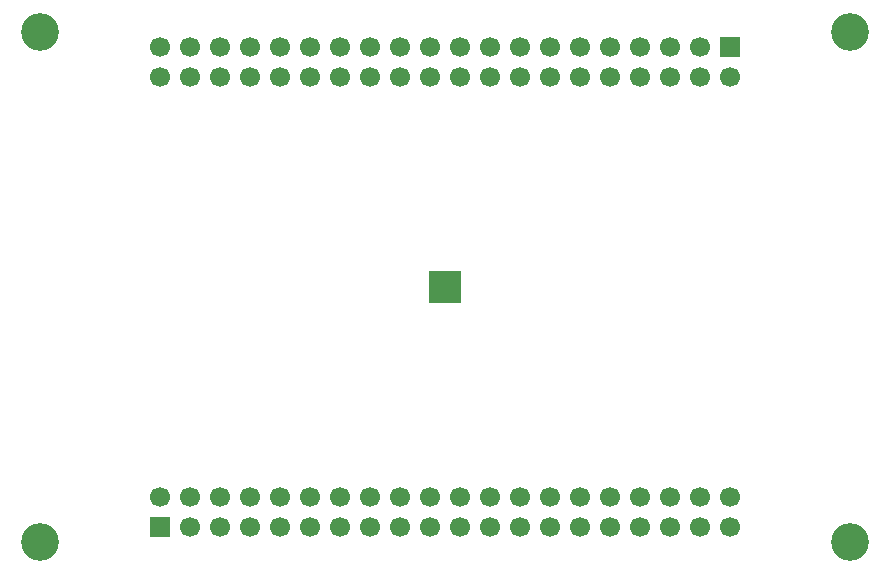
<source format=gbr>
G04 #@! TF.GenerationSoftware,KiCad,Pcbnew,6.0.4+dfsg-1+b1*
G04 #@! TF.CreationDate,2022-05-04T11:51:56+08:00*
G04 #@! TF.ProjectId,test,74657374-2e6b-4696-9361-645f70636258,rev?*
G04 #@! TF.SameCoordinates,Original*
G04 #@! TF.FileFunction,Copper,L2,Bot*
G04 #@! TF.FilePolarity,Positive*
%FSLAX46Y46*%
G04 Gerber Fmt 4.6, Leading zero omitted, Abs format (unit mm)*
G04 Created by KiCad (PCBNEW 6.0.4+dfsg-1+b1) date 2022-05-04 11:51:56*
%MOMM*%
%LPD*%
G01*
G04 APERTURE LIST*
G04 #@! TA.AperFunction,ComponentPad*
%ADD10C,0.600000*%
G04 #@! TD*
G04 #@! TA.AperFunction,SMDPad,CuDef*
%ADD11R,2.800000X2.800000*%
G04 #@! TD*
G04 #@! TA.AperFunction,ComponentPad*
%ADD12C,3.200000*%
G04 #@! TD*
G04 #@! TA.AperFunction,ComponentPad*
%ADD13R,1.700000X1.700000*%
G04 #@! TD*
G04 #@! TA.AperFunction,ComponentPad*
%ADD14C,1.700000*%
G04 #@! TD*
G04 APERTURE END LIST*
D10*
G04 #@! TO.P,U1,25,GND*
G04 #@! TO.N,unconnected-(U1-Pad25)*
X133350000Y-90000000D03*
X132250000Y-88900000D03*
X132250000Y-87800000D03*
X133350000Y-88900000D03*
X133350000Y-87800000D03*
X134450000Y-88900000D03*
D11*
X133350000Y-88900000D03*
D10*
X134450000Y-90000000D03*
X134450000Y-87800000D03*
X132250000Y-90000000D03*
G04 #@! TD*
D12*
G04 #@! TO.P,J1,*
G04 #@! TO.N,*
X99060000Y-67310000D03*
X167640000Y-67310000D03*
X167640000Y-110490000D03*
X99060000Y-110490000D03*
D13*
G04 #@! TO.P,J1,1,3.3V*
G04 #@! TO.N,unconnected-(J1-Pad1)*
X109220000Y-109220000D03*
D14*
G04 #@! TO.P,J1,2,GND*
G04 #@! TO.N,unconnected-(J1-Pad2)*
X109220000Y-106680000D03*
G04 #@! TO.P,J1,3,BO0*
G04 #@! TO.N,unconnected-(J1-Pad3)*
X111760000Y-109220000D03*
G04 #@! TO.P,J1,4,NRST*
G04 #@! TO.N,unconnected-(J1-Pad4)*
X111760000Y-106680000D03*
G04 #@! TO.P,J1,5,PC0*
G04 #@! TO.N,unconnected-(J1-Pad5)*
X114300000Y-109220000D03*
G04 #@! TO.P,J1,6,PC1*
G04 #@! TO.N,unconnected-(J1-Pad6)*
X114300000Y-106680000D03*
G04 #@! TO.P,J1,7,PC2*
G04 #@! TO.N,unconnected-(J1-Pad7)*
X116840000Y-109220000D03*
G04 #@! TO.P,J1,8,PC3*
G04 #@! TO.N,unconnected-(J1-Pad8)*
X116840000Y-106680000D03*
G04 #@! TO.P,J1,9,PA0*
G04 #@! TO.N,unconnected-(J1-Pad9)*
X119380000Y-109220000D03*
G04 #@! TO.P,J1,10,PA1*
G04 #@! TO.N,unconnected-(J1-Pad10)*
X119380000Y-106680000D03*
G04 #@! TO.P,J1,11,PA2*
G04 #@! TO.N,unconnected-(J1-Pad11)*
X121920000Y-109220000D03*
G04 #@! TO.P,J1,12,PA3*
G04 #@! TO.N,unconnected-(J1-Pad12)*
X121920000Y-106680000D03*
G04 #@! TO.P,J1,13,PA4*
G04 #@! TO.N,unconnected-(J1-Pad13)*
X124460000Y-109220000D03*
G04 #@! TO.P,J1,14,PA5*
G04 #@! TO.N,unconnected-(J1-Pad14)*
X124460000Y-106680000D03*
G04 #@! TO.P,J1,15,PA6*
G04 #@! TO.N,unconnected-(J1-Pad15)*
X127000000Y-109220000D03*
G04 #@! TO.P,J1,16,PA7*
G04 #@! TO.N,unconnected-(J1-Pad16)*
X127000000Y-106680000D03*
G04 #@! TO.P,J1,17,PC4*
G04 #@! TO.N,unconnected-(J1-Pad17)*
X129540000Y-109220000D03*
G04 #@! TO.P,J1,18,PC5*
G04 #@! TO.N,unconnected-(J1-Pad18)*
X129540000Y-106680000D03*
G04 #@! TO.P,J1,19,PB0*
G04 #@! TO.N,unconnected-(J1-Pad19)*
X132080000Y-109220000D03*
G04 #@! TO.P,J1,20,PB1*
G04 #@! TO.N,unconnected-(J1-Pad20)*
X132080000Y-106680000D03*
G04 #@! TO.P,J1,21,PB2*
G04 #@! TO.N,unconnected-(J1-Pad21)*
X134620000Y-109220000D03*
G04 #@! TO.P,J1,22,U0*
G04 #@! TO.N,unconnected-(J1-Pad22)*
X134620000Y-106680000D03*
G04 #@! TO.P,J1,23,PB10*
G04 #@! TO.N,unconnected-(J1-Pad23)*
X137160000Y-109220000D03*
G04 #@! TO.P,J1,24,PB11*
G04 #@! TO.N,unconnected-(J1-Pad24)*
X137160000Y-106680000D03*
G04 #@! TO.P,J1,25,PB12*
G04 #@! TO.N,unconnected-(J1-Pad25)*
X139700000Y-109220000D03*
G04 #@! TO.P,J1,26,PB13*
G04 #@! TO.N,unconnected-(J1-Pad26)*
X139700000Y-106680000D03*
G04 #@! TO.P,J1,27,PB14*
G04 #@! TO.N,unconnected-(J1-Pad27)*
X142240000Y-109220000D03*
G04 #@! TO.P,J1,28,PB15*
G04 #@! TO.N,unconnected-(J1-Pad28)*
X142240000Y-106680000D03*
G04 #@! TO.P,J1,29,PC6*
G04 #@! TO.N,unconnected-(J1-Pad29)*
X144780000Y-109220000D03*
G04 #@! TO.P,J1,30,PC7*
G04 #@! TO.N,unconnected-(J1-Pad30)*
X144780000Y-106680000D03*
G04 #@! TO.P,J1,31,PC8*
G04 #@! TO.N,unconnected-(J1-Pad31)*
X147320000Y-109220000D03*
G04 #@! TO.P,J1,32,PC9*
G04 #@! TO.N,unconnected-(J1-Pad32)*
X147320000Y-106680000D03*
G04 #@! TO.P,J1,33,U1*
G04 #@! TO.N,unconnected-(J1-Pad33)*
X149860000Y-109220000D03*
G04 #@! TO.P,J1,34,U2*
G04 #@! TO.N,unconnected-(J1-Pad34)*
X149860000Y-106680000D03*
G04 #@! TO.P,J1,35,U3*
G04 #@! TO.N,unconnected-(J1-Pad35)*
X152400000Y-109220000D03*
G04 #@! TO.P,J1,36,U4*
G04 #@! TO.N,unconnected-(J1-Pad36)*
X152400000Y-106680000D03*
G04 #@! TO.P,J1,37,3.3V*
G04 #@! TO.N,unconnected-(J1-Pad37)*
X154940000Y-109220000D03*
G04 #@! TO.P,J1,38,GND*
G04 #@! TO.N,unconnected-(J1-Pad38)*
X154940000Y-106680000D03*
G04 #@! TO.P,J1,39,5V*
G04 #@! TO.N,unconnected-(J1-Pad39)*
X157480000Y-109220000D03*
G04 #@! TO.P,J1,40,GND*
G04 #@! TO.N,unconnected-(J1-Pad40)*
X157480000Y-106680000D03*
D13*
G04 #@! TO.P,J1,41,5V*
G04 #@! TO.N,unconnected-(J1-Pad41)*
X157480000Y-68580000D03*
D14*
G04 #@! TO.P,J1,42,GND*
G04 #@! TO.N,unconnected-(J1-Pad42)*
X157480000Y-71120000D03*
G04 #@! TO.P,J1,43,3.3V*
G04 #@! TO.N,unconnected-(J1-Pad43)*
X154940000Y-68580000D03*
G04 #@! TO.P,J1,44,GND*
G04 #@! TO.N,unconnected-(J1-Pad44)*
X154940000Y-71120000D03*
G04 #@! TO.P,J1,45,U15*
G04 #@! TO.N,unconnected-(J1-Pad45)*
X152400000Y-68580000D03*
G04 #@! TO.P,J1,46,U16*
G04 #@! TO.N,unconnected-(J1-Pad46)*
X152400000Y-71120000D03*
G04 #@! TO.P,J1,47,U13*
G04 #@! TO.N,unconnected-(J1-Pad47)*
X149860000Y-68580000D03*
G04 #@! TO.P,J1,48,U14*
G04 #@! TO.N,unconnected-(J1-Pad48)*
X149860000Y-71120000D03*
G04 #@! TO.P,J1,49,PA8*
G04 #@! TO.N,unconnected-(J1-Pad49)*
X147320000Y-68580000D03*
G04 #@! TO.P,J1,50,PA9*
G04 #@! TO.N,unconnected-(J1-Pad50)*
X147320000Y-71120000D03*
G04 #@! TO.P,J1,51,PA10*
G04 #@! TO.N,unconnected-(J1-Pad51)*
X144780000Y-68580000D03*
G04 #@! TO.P,J1,52,PA11*
G04 #@! TO.N,unconnected-(J1-Pad52)*
X144780000Y-71120000D03*
G04 #@! TO.P,J1,53,PA12*
G04 #@! TO.N,unconnected-(J1-Pad53)*
X142240000Y-68580000D03*
G04 #@! TO.P,J1,54,PA13*
G04 #@! TO.N,unconnected-(J1-Pad54)*
X142240000Y-71120000D03*
G04 #@! TO.P,J1,55,PA14*
G04 #@! TO.N,unconnected-(J1-Pad55)*
X139700000Y-68580000D03*
G04 #@! TO.P,J1,56,PA15*
G04 #@! TO.N,unconnected-(J1-Pad56)*
X139700000Y-71120000D03*
G04 #@! TO.P,J1,57,U11*
G04 #@! TO.N,unconnected-(J1-Pad57)*
X137160000Y-68580000D03*
G04 #@! TO.P,J1,58,U12*
G04 #@! TO.N,unconnected-(J1-Pad58)*
X137160000Y-71120000D03*
G04 #@! TO.P,J1,59,PC10*
G04 #@! TO.N,unconnected-(J1-Pad59)*
X134620000Y-68580000D03*
G04 #@! TO.P,J1,60,PC11*
G04 #@! TO.N,unconnected-(J1-Pad60)*
X134620000Y-71120000D03*
G04 #@! TO.P,J1,61,PC12*
G04 #@! TO.N,unconnected-(J1-Pad61)*
X132080000Y-68580000D03*
G04 #@! TO.P,J1,62,U8*
G04 #@! TO.N,unconnected-(J1-Pad62)*
X132080000Y-71120000D03*
G04 #@! TO.P,J1,63,PD2*
G04 #@! TO.N,unconnected-(J1-Pad63)*
X129540000Y-68580000D03*
G04 #@! TO.P,J1,64,PB3*
G04 #@! TO.N,unconnected-(J1-Pad64)*
X129540000Y-71120000D03*
G04 #@! TO.P,J1,65,PB4*
G04 #@! TO.N,unconnected-(J1-Pad65)*
X127000000Y-68580000D03*
G04 #@! TO.P,J1,66,PB5*
G04 #@! TO.N,unconnected-(J1-Pad66)*
X127000000Y-71120000D03*
G04 #@! TO.P,J1,67,PB6*
G04 #@! TO.N,unconnected-(J1-Pad67)*
X124460000Y-68580000D03*
G04 #@! TO.P,J1,68,PB7*
G04 #@! TO.N,unconnected-(J1-Pad68)*
X124460000Y-71120000D03*
G04 #@! TO.P,J1,69,PB8*
G04 #@! TO.N,unconnected-(J1-Pad69)*
X121920000Y-68580000D03*
G04 #@! TO.P,J1,70,PB9*
G04 #@! TO.N,unconnected-(J1-Pad70)*
X121920000Y-71120000D03*
G04 #@! TO.P,J1,71,U9*
G04 #@! TO.N,unconnected-(J1-Pad71)*
X119380000Y-68580000D03*
G04 #@! TO.P,J1,72,U10*
G04 #@! TO.N,unconnected-(J1-Pad72)*
X119380000Y-71120000D03*
G04 #@! TO.P,J1,73,PC14*
G04 #@! TO.N,unconnected-(J1-Pad73)*
X116840000Y-68580000D03*
G04 #@! TO.P,J1,74,PC13*
G04 #@! TO.N,unconnected-(J1-Pad74)*
X116840000Y-71120000D03*
G04 #@! TO.P,J1,75,U7*
G04 #@! TO.N,unconnected-(J1-Pad75)*
X114300000Y-68580000D03*
G04 #@! TO.P,J1,76,PC15*
G04 #@! TO.N,unconnected-(J1-Pad76)*
X114300000Y-71120000D03*
G04 #@! TO.P,J1,77,U5*
G04 #@! TO.N,unconnected-(J1-Pad77)*
X111760000Y-68580000D03*
G04 #@! TO.P,J1,78,U6*
G04 #@! TO.N,unconnected-(J1-Pad78)*
X111760000Y-71120000D03*
G04 #@! TO.P,J1,79,3.3V*
G04 #@! TO.N,unconnected-(J1-Pad79)*
X109220000Y-68580000D03*
G04 #@! TO.P,J1,80,GND*
G04 #@! TO.N,unconnected-(J1-Pad80)*
X109220000Y-71120000D03*
G04 #@! TD*
M02*

</source>
